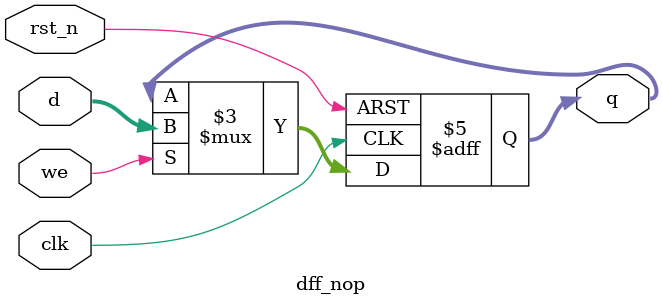
<source format=sv>
/**
D-FlipFlop used for the pipelined signals 
in the main CPU file

resets to nops. Minimum 5 bits 

Instantiation: dff_nop  #(.WIDTH()) iDUT (.clk(clk), .rst_n(rst_n), .d(), .q());
**/
module dff_nop
    #(
    parameter WIDTH = 5 // This is the width of the DFF
                         // Change to the corrct value when instantiating the module 
    )(
    // Inputs 
    input clk, // system clock 
    input rst_n, // Active low re
    input [WIDTH-1:0] d, // input to the FF
    input we,

    // Outputs 
    output logic [WIDTH-1:0] q // output of the FF 
    );
    /**
    Simple DFF.
    Will update every clock cycle.
    Resets signals to 0s
    **/
    always_ff @(posedge clk, negedge rst_n) begin
        if (~rst_n) begin
            q <= {WIDTH{1'b0}} + (5'b01111 << (WIDTH - 5));
        end
        else if (we) begin
            q <= d;
        end
    end

endmodule 

</source>
